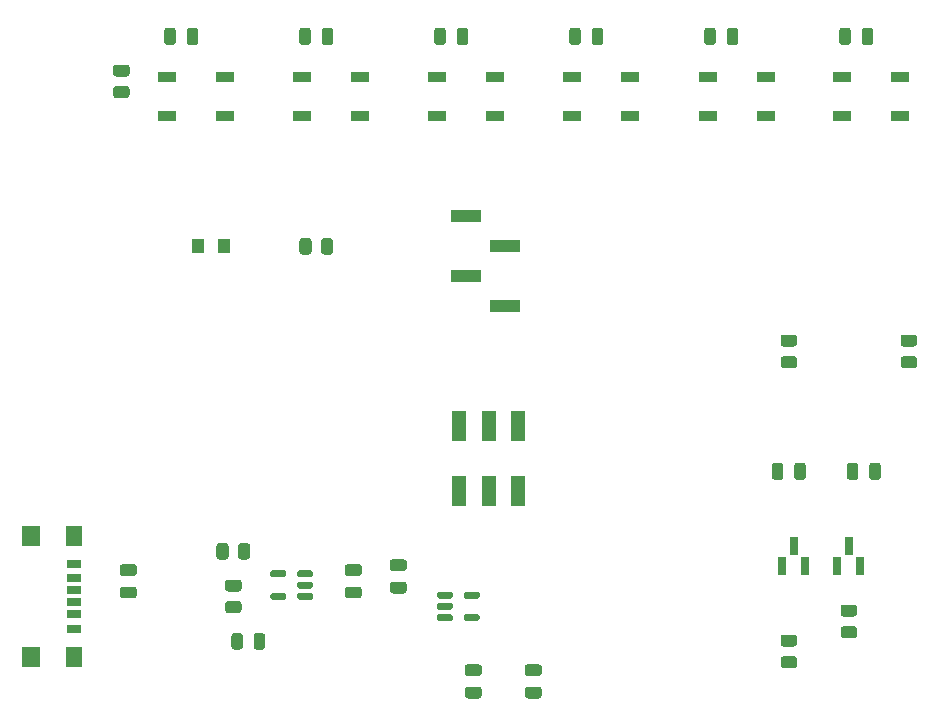
<source format=gtp>
%TF.GenerationSoftware,KiCad,Pcbnew,7.0.9*%
%TF.CreationDate,2023-12-13T15:44:44+01:00*%
%TF.ProjectId,TestPCB_Big,54657374-5043-4425-9f42-69672e6b6963,rev?*%
%TF.SameCoordinates,Original*%
%TF.FileFunction,Paste,Top*%
%TF.FilePolarity,Positive*%
%FSLAX46Y46*%
G04 Gerber Fmt 4.6, Leading zero omitted, Abs format (unit mm)*
G04 Created by KiCad (PCBNEW 7.0.9) date 2023-12-13 15:44:44*
%MOMM*%
%LPD*%
G01*
G04 APERTURE LIST*
%ADD10R,1.500000X0.900000*%
%ADD11R,1.000000X1.250000*%
%ADD12R,2.510000X1.000000*%
%ADD13R,1.200000X0.700000*%
%ADD14R,1.200000X0.760000*%
%ADD15R,1.200000X0.800000*%
%ADD16R,1.350000X1.800000*%
%ADD17R,1.500000X1.800000*%
%ADD18R,1.200000X2.500000*%
%ADD19R,0.650000X1.550000*%
G04 APERTURE END LIST*
G36*
G01*
X89655000Y-105650000D02*
X90605000Y-105650000D01*
G75*
G02*
X90855000Y-105900000I0J-250000D01*
G01*
X90855000Y-106400000D01*
G75*
G02*
X90605000Y-106650000I-250000J0D01*
G01*
X89655000Y-106650000D01*
G75*
G02*
X89405000Y-106400000I0J250000D01*
G01*
X89405000Y-105900000D01*
G75*
G02*
X89655000Y-105650000I250000J0D01*
G01*
G37*
G36*
G01*
X89655000Y-107550000D02*
X90605000Y-107550000D01*
G75*
G02*
X90855000Y-107800000I0J-250000D01*
G01*
X90855000Y-108300000D01*
G75*
G02*
X90605000Y-108550000I-250000J0D01*
G01*
X89655000Y-108550000D01*
G75*
G02*
X89405000Y-108300000I0J250000D01*
G01*
X89405000Y-107800000D01*
G75*
G02*
X89655000Y-107550000I250000J0D01*
G01*
G37*
G36*
G01*
X137610000Y-89055000D02*
X136710000Y-89055000D01*
G75*
G02*
X136460000Y-88805000I0J250000D01*
G01*
X136460000Y-88280000D01*
G75*
G02*
X136710000Y-88030000I250000J0D01*
G01*
X137610000Y-88030000D01*
G75*
G02*
X137860000Y-88280000I0J-250000D01*
G01*
X137860000Y-88805000D01*
G75*
G02*
X137610000Y-89055000I-250000J0D01*
G01*
G37*
G36*
G01*
X137610000Y-87230000D02*
X136710000Y-87230000D01*
G75*
G02*
X136460000Y-86980000I0J250000D01*
G01*
X136460000Y-86455000D01*
G75*
G02*
X136710000Y-86205000I250000J0D01*
G01*
X137610000Y-86205000D01*
G75*
G02*
X137860000Y-86455000I0J-250000D01*
G01*
X137860000Y-86980000D01*
G75*
G02*
X137610000Y-87230000I-250000J0D01*
G01*
G37*
D10*
X90715000Y-67690000D03*
X90715000Y-64390000D03*
X85815000Y-64390000D03*
X85815000Y-67690000D03*
G36*
G01*
X104895000Y-114120000D02*
X105845000Y-114120000D01*
G75*
G02*
X106095000Y-114370000I0J-250000D01*
G01*
X106095000Y-114870000D01*
G75*
G02*
X105845000Y-115120000I-250000J0D01*
G01*
X104895000Y-115120000D01*
G75*
G02*
X104645000Y-114870000I0J250000D01*
G01*
X104645000Y-114370000D01*
G75*
G02*
X104895000Y-114120000I250000J0D01*
G01*
G37*
G36*
G01*
X104895000Y-116020000D02*
X105845000Y-116020000D01*
G75*
G02*
X106095000Y-116270000I0J-250000D01*
G01*
X106095000Y-116770000D01*
G75*
G02*
X105845000Y-117020000I-250000J0D01*
G01*
X104895000Y-117020000D01*
G75*
G02*
X104645000Y-116770000I0J250000D01*
G01*
X104645000Y-116270000D01*
G75*
G02*
X104895000Y-116020000I250000J0D01*
G01*
G37*
G36*
G01*
X125550000Y-98265000D02*
X125550000Y-97315000D01*
G75*
G02*
X125800000Y-97065000I250000J0D01*
G01*
X126300000Y-97065000D01*
G75*
G02*
X126550000Y-97315000I0J-250000D01*
G01*
X126550000Y-98265000D01*
G75*
G02*
X126300000Y-98515000I-250000J0D01*
G01*
X125800000Y-98515000D01*
G75*
G02*
X125550000Y-98265000I0J250000D01*
G01*
G37*
G36*
G01*
X127450000Y-98265000D02*
X127450000Y-97315000D01*
G75*
G02*
X127700000Y-97065000I250000J0D01*
G01*
X128200000Y-97065000D01*
G75*
G02*
X128450000Y-97315000I0J-250000D01*
G01*
X128450000Y-98265000D01*
G75*
G02*
X128200000Y-98515000I-250000J0D01*
G01*
X127700000Y-98515000D01*
G75*
G02*
X127450000Y-98265000I0J250000D01*
G01*
G37*
G36*
G01*
X70605000Y-105650000D02*
X71555000Y-105650000D01*
G75*
G02*
X71805000Y-105900000I0J-250000D01*
G01*
X71805000Y-106400000D01*
G75*
G02*
X71555000Y-106650000I-250000J0D01*
G01*
X70605000Y-106650000D01*
G75*
G02*
X70355000Y-106400000I0J250000D01*
G01*
X70355000Y-105900000D01*
G75*
G02*
X70605000Y-105650000I250000J0D01*
G01*
G37*
G36*
G01*
X70605000Y-107550000D02*
X71555000Y-107550000D01*
G75*
G02*
X71805000Y-107800000I0J-250000D01*
G01*
X71805000Y-108300000D01*
G75*
G02*
X71555000Y-108550000I-250000J0D01*
G01*
X70605000Y-108550000D01*
G75*
G02*
X70355000Y-108300000I0J250000D01*
G01*
X70355000Y-107800000D01*
G75*
G02*
X70605000Y-107550000I250000J0D01*
G01*
G37*
G36*
G01*
X82665000Y-111723750D02*
X82665000Y-112636250D01*
G75*
G02*
X82421250Y-112880000I-243750J0D01*
G01*
X81933750Y-112880000D01*
G75*
G02*
X81690000Y-112636250I0J243750D01*
G01*
X81690000Y-111723750D01*
G75*
G02*
X81933750Y-111480000I243750J0D01*
G01*
X82421250Y-111480000D01*
G75*
G02*
X82665000Y-111723750I0J-243750D01*
G01*
G37*
G36*
G01*
X80790000Y-111723750D02*
X80790000Y-112636250D01*
G75*
G02*
X80546250Y-112880000I-243750J0D01*
G01*
X80058750Y-112880000D01*
G75*
G02*
X79815000Y-112636250I0J243750D01*
G01*
X79815000Y-111723750D01*
G75*
G02*
X80058750Y-111480000I243750J0D01*
G01*
X80546250Y-111480000D01*
G75*
G02*
X80790000Y-111723750I0J-243750D01*
G01*
G37*
X113575000Y-67690000D03*
X113575000Y-64390000D03*
X108675000Y-64390000D03*
X108675000Y-67690000D03*
G36*
G01*
X99815000Y-114120000D02*
X100765000Y-114120000D01*
G75*
G02*
X101015000Y-114370000I0J-250000D01*
G01*
X101015000Y-114870000D01*
G75*
G02*
X100765000Y-115120000I-250000J0D01*
G01*
X99815000Y-115120000D01*
G75*
G02*
X99565000Y-114870000I0J250000D01*
G01*
X99565000Y-114370000D01*
G75*
G02*
X99815000Y-114120000I250000J0D01*
G01*
G37*
G36*
G01*
X99815000Y-116020000D02*
X100765000Y-116020000D01*
G75*
G02*
X101015000Y-116270000I0J-250000D01*
G01*
X101015000Y-116770000D01*
G75*
G02*
X100765000Y-117020000I-250000J0D01*
G01*
X99815000Y-117020000D01*
G75*
G02*
X99565000Y-116770000I0J250000D01*
G01*
X99565000Y-116270000D01*
G75*
G02*
X99815000Y-116020000I250000J0D01*
G01*
G37*
G36*
G01*
X88445000Y-60485000D02*
X88445000Y-61435000D01*
G75*
G02*
X88195000Y-61685000I-250000J0D01*
G01*
X87695000Y-61685000D01*
G75*
G02*
X87445000Y-61435000I0J250000D01*
G01*
X87445000Y-60485000D01*
G75*
G02*
X87695000Y-60235000I250000J0D01*
G01*
X88195000Y-60235000D01*
G75*
G02*
X88445000Y-60485000I0J-250000D01*
G01*
G37*
G36*
G01*
X86545000Y-60485000D02*
X86545000Y-61435000D01*
G75*
G02*
X86295000Y-61685000I-250000J0D01*
G01*
X85795000Y-61685000D01*
G75*
G02*
X85545000Y-61435000I0J250000D01*
G01*
X85545000Y-60485000D01*
G75*
G02*
X85795000Y-60235000I250000J0D01*
G01*
X86295000Y-60235000D01*
G75*
G02*
X86545000Y-60485000I0J-250000D01*
G01*
G37*
G36*
G01*
X132530000Y-111915000D02*
X131630000Y-111915000D01*
G75*
G02*
X131380000Y-111665000I0J250000D01*
G01*
X131380000Y-111140000D01*
G75*
G02*
X131630000Y-110890000I250000J0D01*
G01*
X132530000Y-110890000D01*
G75*
G02*
X132780000Y-111140000I0J-250000D01*
G01*
X132780000Y-111665000D01*
G75*
G02*
X132530000Y-111915000I-250000J0D01*
G01*
G37*
G36*
G01*
X132530000Y-110090000D02*
X131630000Y-110090000D01*
G75*
G02*
X131380000Y-109840000I0J250000D01*
G01*
X131380000Y-109315000D01*
G75*
G02*
X131630000Y-109065000I250000J0D01*
G01*
X132530000Y-109065000D01*
G75*
G02*
X132780000Y-109315000I0J-250000D01*
G01*
X132780000Y-109840000D01*
G75*
G02*
X132530000Y-110090000I-250000J0D01*
G01*
G37*
D11*
X79205000Y-78740000D03*
X77005000Y-78740000D03*
D12*
X99695000Y-76200000D03*
X103005000Y-78740000D03*
X99695000Y-81280000D03*
X103005000Y-83820000D03*
G36*
G01*
X80420000Y-109795000D02*
X79520000Y-109795000D01*
G75*
G02*
X79270000Y-109545000I0J250000D01*
G01*
X79270000Y-109020000D01*
G75*
G02*
X79520000Y-108770000I250000J0D01*
G01*
X80420000Y-108770000D01*
G75*
G02*
X80670000Y-109020000I0J-250000D01*
G01*
X80670000Y-109545000D01*
G75*
G02*
X80420000Y-109795000I-250000J0D01*
G01*
G37*
G36*
G01*
X80420000Y-107970000D02*
X79520000Y-107970000D01*
G75*
G02*
X79270000Y-107720000I0J250000D01*
G01*
X79270000Y-107195000D01*
G75*
G02*
X79520000Y-106945000I250000J0D01*
G01*
X80420000Y-106945000D01*
G75*
G02*
X80670000Y-107195000I0J-250000D01*
G01*
X80670000Y-107720000D01*
G75*
G02*
X80420000Y-107970000I-250000J0D01*
G01*
G37*
D13*
X66515000Y-107870000D03*
D14*
X66515000Y-109890000D03*
D15*
X66515000Y-111120000D03*
D13*
X66515000Y-108870000D03*
D14*
X66515000Y-106850000D03*
D15*
X66515000Y-105620000D03*
D16*
X66440000Y-103245000D03*
X66440000Y-113495000D03*
D17*
X62860000Y-103245000D03*
X62860000Y-113495000D03*
G36*
G01*
X70035000Y-63345000D02*
X70935000Y-63345000D01*
G75*
G02*
X71185000Y-63595000I0J-250000D01*
G01*
X71185000Y-64120000D01*
G75*
G02*
X70935000Y-64370000I-250000J0D01*
G01*
X70035000Y-64370000D01*
G75*
G02*
X69785000Y-64120000I0J250000D01*
G01*
X69785000Y-63595000D01*
G75*
G02*
X70035000Y-63345000I250000J0D01*
G01*
G37*
G36*
G01*
X70035000Y-65170000D02*
X70935000Y-65170000D01*
G75*
G02*
X71185000Y-65420000I0J-250000D01*
G01*
X71185000Y-65945000D01*
G75*
G02*
X70935000Y-66195000I-250000J0D01*
G01*
X70035000Y-66195000D01*
G75*
G02*
X69785000Y-65945000I0J250000D01*
G01*
X69785000Y-65420000D01*
G75*
G02*
X70035000Y-65170000I250000J0D01*
G01*
G37*
G36*
G01*
X86717500Y-108220000D02*
X86717500Y-108520000D01*
G75*
G02*
X86567500Y-108670000I-150000J0D01*
G01*
X85542500Y-108670000D01*
G75*
G02*
X85392500Y-108520000I0J150000D01*
G01*
X85392500Y-108220000D01*
G75*
G02*
X85542500Y-108070000I150000J0D01*
G01*
X86567500Y-108070000D01*
G75*
G02*
X86717500Y-108220000I0J-150000D01*
G01*
G37*
G36*
G01*
X86717500Y-107270000D02*
X86717500Y-107570000D01*
G75*
G02*
X86567500Y-107720000I-150000J0D01*
G01*
X85542500Y-107720000D01*
G75*
G02*
X85392500Y-107570000I0J150000D01*
G01*
X85392500Y-107270000D01*
G75*
G02*
X85542500Y-107120000I150000J0D01*
G01*
X86567500Y-107120000D01*
G75*
G02*
X86717500Y-107270000I0J-150000D01*
G01*
G37*
G36*
G01*
X86717500Y-106320000D02*
X86717500Y-106620000D01*
G75*
G02*
X86567500Y-106770000I-150000J0D01*
G01*
X85542500Y-106770000D01*
G75*
G02*
X85392500Y-106620000I0J150000D01*
G01*
X85392500Y-106320000D01*
G75*
G02*
X85542500Y-106170000I150000J0D01*
G01*
X86567500Y-106170000D01*
G75*
G02*
X86717500Y-106320000I0J-150000D01*
G01*
G37*
G36*
G01*
X84442500Y-106320000D02*
X84442500Y-106620000D01*
G75*
G02*
X84292500Y-106770000I-150000J0D01*
G01*
X83267500Y-106770000D01*
G75*
G02*
X83117500Y-106620000I0J150000D01*
G01*
X83117500Y-106320000D01*
G75*
G02*
X83267500Y-106170000I150000J0D01*
G01*
X84292500Y-106170000D01*
G75*
G02*
X84442500Y-106320000I0J-150000D01*
G01*
G37*
G36*
G01*
X84442500Y-108220000D02*
X84442500Y-108520000D01*
G75*
G02*
X84292500Y-108670000I-150000J0D01*
G01*
X83267500Y-108670000D01*
G75*
G02*
X83117500Y-108520000I0J150000D01*
G01*
X83117500Y-108220000D01*
G75*
G02*
X83267500Y-108070000I150000J0D01*
G01*
X84292500Y-108070000D01*
G75*
G02*
X84442500Y-108220000I0J-150000D01*
G01*
G37*
G36*
G01*
X134800000Y-97315000D02*
X134800000Y-98265000D01*
G75*
G02*
X134550000Y-98515000I-250000J0D01*
G01*
X134050000Y-98515000D01*
G75*
G02*
X133800000Y-98265000I0J250000D01*
G01*
X133800000Y-97315000D01*
G75*
G02*
X134050000Y-97065000I250000J0D01*
G01*
X134550000Y-97065000D01*
G75*
G02*
X134800000Y-97315000I0J-250000D01*
G01*
G37*
G36*
G01*
X132900000Y-97315000D02*
X132900000Y-98265000D01*
G75*
G02*
X132650000Y-98515000I-250000J0D01*
G01*
X132150000Y-98515000D01*
G75*
G02*
X131900000Y-98265000I0J250000D01*
G01*
X131900000Y-97315000D01*
G75*
G02*
X132150000Y-97065000I250000J0D01*
G01*
X132650000Y-97065000D01*
G75*
G02*
X132900000Y-97315000I0J-250000D01*
G01*
G37*
G36*
G01*
X99875000Y-60485000D02*
X99875000Y-61435000D01*
G75*
G02*
X99625000Y-61685000I-250000J0D01*
G01*
X99125000Y-61685000D01*
G75*
G02*
X98875000Y-61435000I0J250000D01*
G01*
X98875000Y-60485000D01*
G75*
G02*
X99125000Y-60235000I250000J0D01*
G01*
X99625000Y-60235000D01*
G75*
G02*
X99875000Y-60485000I0J-250000D01*
G01*
G37*
G36*
G01*
X97975000Y-60485000D02*
X97975000Y-61435000D01*
G75*
G02*
X97725000Y-61685000I-250000J0D01*
G01*
X97225000Y-61685000D01*
G75*
G02*
X96975000Y-61435000I0J250000D01*
G01*
X96975000Y-60485000D01*
G75*
G02*
X97225000Y-60235000I250000J0D01*
G01*
X97725000Y-60235000D01*
G75*
G02*
X97975000Y-60485000I0J-250000D01*
G01*
G37*
G36*
G01*
X93465000Y-105230000D02*
X94415000Y-105230000D01*
G75*
G02*
X94665000Y-105480000I0J-250000D01*
G01*
X94665000Y-105980000D01*
G75*
G02*
X94415000Y-106230000I-250000J0D01*
G01*
X93465000Y-106230000D01*
G75*
G02*
X93215000Y-105980000I0J250000D01*
G01*
X93215000Y-105480000D01*
G75*
G02*
X93465000Y-105230000I250000J0D01*
G01*
G37*
G36*
G01*
X93465000Y-107130000D02*
X94415000Y-107130000D01*
G75*
G02*
X94665000Y-107380000I0J-250000D01*
G01*
X94665000Y-107880000D01*
G75*
G02*
X94415000Y-108130000I-250000J0D01*
G01*
X93465000Y-108130000D01*
G75*
G02*
X93215000Y-107880000I0J250000D01*
G01*
X93215000Y-107380000D01*
G75*
G02*
X93465000Y-107130000I250000J0D01*
G01*
G37*
D18*
X99100000Y-99480000D03*
X101600000Y-99480000D03*
X104100000Y-99480000D03*
X104100000Y-93980000D03*
X101600000Y-93980000D03*
X99100000Y-93980000D03*
G36*
G01*
X127450000Y-89055000D02*
X126550000Y-89055000D01*
G75*
G02*
X126300000Y-88805000I0J250000D01*
G01*
X126300000Y-88280000D01*
G75*
G02*
X126550000Y-88030000I250000J0D01*
G01*
X127450000Y-88030000D01*
G75*
G02*
X127700000Y-88280000I0J-250000D01*
G01*
X127700000Y-88805000D01*
G75*
G02*
X127450000Y-89055000I-250000J0D01*
G01*
G37*
G36*
G01*
X127450000Y-87230000D02*
X126550000Y-87230000D01*
G75*
G02*
X126300000Y-86980000I0J250000D01*
G01*
X126300000Y-86455000D01*
G75*
G02*
X126550000Y-86205000I250000J0D01*
G01*
X127450000Y-86205000D01*
G75*
G02*
X127700000Y-86455000I0J-250000D01*
G01*
X127700000Y-86980000D01*
G75*
G02*
X127450000Y-87230000I-250000J0D01*
G01*
G37*
G36*
G01*
X88420000Y-78290000D02*
X88420000Y-79190000D01*
G75*
G02*
X88170000Y-79440000I-250000J0D01*
G01*
X87645000Y-79440000D01*
G75*
G02*
X87395000Y-79190000I0J250000D01*
G01*
X87395000Y-78290000D01*
G75*
G02*
X87645000Y-78040000I250000J0D01*
G01*
X88170000Y-78040000D01*
G75*
G02*
X88420000Y-78290000I0J-250000D01*
G01*
G37*
G36*
G01*
X86595000Y-78290000D02*
X86595000Y-79190000D01*
G75*
G02*
X86345000Y-79440000I-250000J0D01*
G01*
X85820000Y-79440000D01*
G75*
G02*
X85570000Y-79190000I0J250000D01*
G01*
X85570000Y-78290000D01*
G75*
G02*
X85820000Y-78040000I250000J0D01*
G01*
X86345000Y-78040000D01*
G75*
G02*
X86595000Y-78290000I0J-250000D01*
G01*
G37*
G36*
G01*
X127450000Y-114455000D02*
X126550000Y-114455000D01*
G75*
G02*
X126300000Y-114205000I0J250000D01*
G01*
X126300000Y-113680000D01*
G75*
G02*
X126550000Y-113430000I250000J0D01*
G01*
X127450000Y-113430000D01*
G75*
G02*
X127700000Y-113680000I0J-250000D01*
G01*
X127700000Y-114205000D01*
G75*
G02*
X127450000Y-114455000I-250000J0D01*
G01*
G37*
G36*
G01*
X127450000Y-112630000D02*
X126550000Y-112630000D01*
G75*
G02*
X126300000Y-112380000I0J250000D01*
G01*
X126300000Y-111855000D01*
G75*
G02*
X126550000Y-111605000I250000J0D01*
G01*
X127450000Y-111605000D01*
G75*
G02*
X127700000Y-111855000I0J-250000D01*
G01*
X127700000Y-112380000D01*
G75*
G02*
X127450000Y-112630000I-250000J0D01*
G01*
G37*
G36*
G01*
X97220000Y-108420000D02*
X97220000Y-108120000D01*
G75*
G02*
X97370000Y-107970000I150000J0D01*
G01*
X98395000Y-107970000D01*
G75*
G02*
X98545000Y-108120000I0J-150000D01*
G01*
X98545000Y-108420000D01*
G75*
G02*
X98395000Y-108570000I-150000J0D01*
G01*
X97370000Y-108570000D01*
G75*
G02*
X97220000Y-108420000I0J150000D01*
G01*
G37*
G36*
G01*
X97220000Y-109370000D02*
X97220000Y-109070000D01*
G75*
G02*
X97370000Y-108920000I150000J0D01*
G01*
X98395000Y-108920000D01*
G75*
G02*
X98545000Y-109070000I0J-150000D01*
G01*
X98545000Y-109370000D01*
G75*
G02*
X98395000Y-109520000I-150000J0D01*
G01*
X97370000Y-109520000D01*
G75*
G02*
X97220000Y-109370000I0J150000D01*
G01*
G37*
G36*
G01*
X97220000Y-110320000D02*
X97220000Y-110020000D01*
G75*
G02*
X97370000Y-109870000I150000J0D01*
G01*
X98395000Y-109870000D01*
G75*
G02*
X98545000Y-110020000I0J-150000D01*
G01*
X98545000Y-110320000D01*
G75*
G02*
X98395000Y-110470000I-150000J0D01*
G01*
X97370000Y-110470000D01*
G75*
G02*
X97220000Y-110320000I0J150000D01*
G01*
G37*
G36*
G01*
X99495000Y-110320000D02*
X99495000Y-110020000D01*
G75*
G02*
X99645000Y-109870000I150000J0D01*
G01*
X100670000Y-109870000D01*
G75*
G02*
X100820000Y-110020000I0J-150000D01*
G01*
X100820000Y-110320000D01*
G75*
G02*
X100670000Y-110470000I-150000J0D01*
G01*
X99645000Y-110470000D01*
G75*
G02*
X99495000Y-110320000I0J150000D01*
G01*
G37*
G36*
G01*
X99495000Y-108420000D02*
X99495000Y-108120000D01*
G75*
G02*
X99645000Y-107970000I150000J0D01*
G01*
X100670000Y-107970000D01*
G75*
G02*
X100820000Y-108120000I0J-150000D01*
G01*
X100820000Y-108420000D01*
G75*
G02*
X100670000Y-108570000I-150000J0D01*
G01*
X99645000Y-108570000D01*
G75*
G02*
X99495000Y-108420000I0J150000D01*
G01*
G37*
D10*
X125095000Y-67690000D03*
X125095000Y-64390000D03*
X120195000Y-64390000D03*
X120195000Y-67690000D03*
X136435000Y-67690000D03*
X136435000Y-64390000D03*
X131535000Y-64390000D03*
X131535000Y-67690000D03*
D19*
X126460000Y-105840000D03*
X128380000Y-105840000D03*
X127420000Y-104140000D03*
G36*
G01*
X111305000Y-60485000D02*
X111305000Y-61435000D01*
G75*
G02*
X111055000Y-61685000I-250000J0D01*
G01*
X110555000Y-61685000D01*
G75*
G02*
X110305000Y-61435000I0J250000D01*
G01*
X110305000Y-60485000D01*
G75*
G02*
X110555000Y-60235000I250000J0D01*
G01*
X111055000Y-60235000D01*
G75*
G02*
X111305000Y-60485000I0J-250000D01*
G01*
G37*
G36*
G01*
X109405000Y-60485000D02*
X109405000Y-61435000D01*
G75*
G02*
X109155000Y-61685000I-250000J0D01*
G01*
X108655000Y-61685000D01*
G75*
G02*
X108405000Y-61435000I0J250000D01*
G01*
X108405000Y-60485000D01*
G75*
G02*
X108655000Y-60235000I250000J0D01*
G01*
X109155000Y-60235000D01*
G75*
G02*
X109405000Y-60485000I0J-250000D01*
G01*
G37*
D10*
X102145000Y-67690000D03*
X102145000Y-64390000D03*
X97245000Y-64390000D03*
X97245000Y-67690000D03*
G36*
G01*
X122735000Y-60485000D02*
X122735000Y-61435000D01*
G75*
G02*
X122485000Y-61685000I-250000J0D01*
G01*
X121985000Y-61685000D01*
G75*
G02*
X121735000Y-61435000I0J250000D01*
G01*
X121735000Y-60485000D01*
G75*
G02*
X121985000Y-60235000I250000J0D01*
G01*
X122485000Y-60235000D01*
G75*
G02*
X122735000Y-60485000I0J-250000D01*
G01*
G37*
G36*
G01*
X120835000Y-60485000D02*
X120835000Y-61435000D01*
G75*
G02*
X120585000Y-61685000I-250000J0D01*
G01*
X120085000Y-61685000D01*
G75*
G02*
X119835000Y-61435000I0J250000D01*
G01*
X119835000Y-60485000D01*
G75*
G02*
X120085000Y-60235000I250000J0D01*
G01*
X120585000Y-60235000D01*
G75*
G02*
X120835000Y-60485000I0J-250000D01*
G01*
G37*
G36*
G01*
X81395000Y-104110000D02*
X81395000Y-105010000D01*
G75*
G02*
X81145000Y-105260000I-250000J0D01*
G01*
X80620000Y-105260000D01*
G75*
G02*
X80370000Y-105010000I0J250000D01*
G01*
X80370000Y-104110000D01*
G75*
G02*
X80620000Y-103860000I250000J0D01*
G01*
X81145000Y-103860000D01*
G75*
G02*
X81395000Y-104110000I0J-250000D01*
G01*
G37*
G36*
G01*
X79570000Y-104110000D02*
X79570000Y-105010000D01*
G75*
G02*
X79320000Y-105260000I-250000J0D01*
G01*
X78795000Y-105260000D01*
G75*
G02*
X78545000Y-105010000I0J250000D01*
G01*
X78545000Y-104110000D01*
G75*
G02*
X78795000Y-103860000I250000J0D01*
G01*
X79320000Y-103860000D01*
G75*
G02*
X79570000Y-104110000I0J-250000D01*
G01*
G37*
X79285000Y-67690000D03*
X79285000Y-64390000D03*
X74385000Y-64390000D03*
X74385000Y-67690000D03*
D19*
X131120000Y-105840000D03*
X133040000Y-105840000D03*
X132080000Y-104140000D03*
G36*
G01*
X134165000Y-60485000D02*
X134165000Y-61435000D01*
G75*
G02*
X133915000Y-61685000I-250000J0D01*
G01*
X133415000Y-61685000D01*
G75*
G02*
X133165000Y-61435000I0J250000D01*
G01*
X133165000Y-60485000D01*
G75*
G02*
X133415000Y-60235000I250000J0D01*
G01*
X133915000Y-60235000D01*
G75*
G02*
X134165000Y-60485000I0J-250000D01*
G01*
G37*
G36*
G01*
X132265000Y-60485000D02*
X132265000Y-61435000D01*
G75*
G02*
X132015000Y-61685000I-250000J0D01*
G01*
X131515000Y-61685000D01*
G75*
G02*
X131265000Y-61435000I0J250000D01*
G01*
X131265000Y-60485000D01*
G75*
G02*
X131515000Y-60235000I250000J0D01*
G01*
X132015000Y-60235000D01*
G75*
G02*
X132265000Y-60485000I0J-250000D01*
G01*
G37*
G36*
G01*
X77015000Y-60485000D02*
X77015000Y-61435000D01*
G75*
G02*
X76765000Y-61685000I-250000J0D01*
G01*
X76265000Y-61685000D01*
G75*
G02*
X76015000Y-61435000I0J250000D01*
G01*
X76015000Y-60485000D01*
G75*
G02*
X76265000Y-60235000I250000J0D01*
G01*
X76765000Y-60235000D01*
G75*
G02*
X77015000Y-60485000I0J-250000D01*
G01*
G37*
G36*
G01*
X75115000Y-60485000D02*
X75115000Y-61435000D01*
G75*
G02*
X74865000Y-61685000I-250000J0D01*
G01*
X74365000Y-61685000D01*
G75*
G02*
X74115000Y-61435000I0J250000D01*
G01*
X74115000Y-60485000D01*
G75*
G02*
X74365000Y-60235000I250000J0D01*
G01*
X74865000Y-60235000D01*
G75*
G02*
X75115000Y-60485000I0J-250000D01*
G01*
G37*
M02*

</source>
